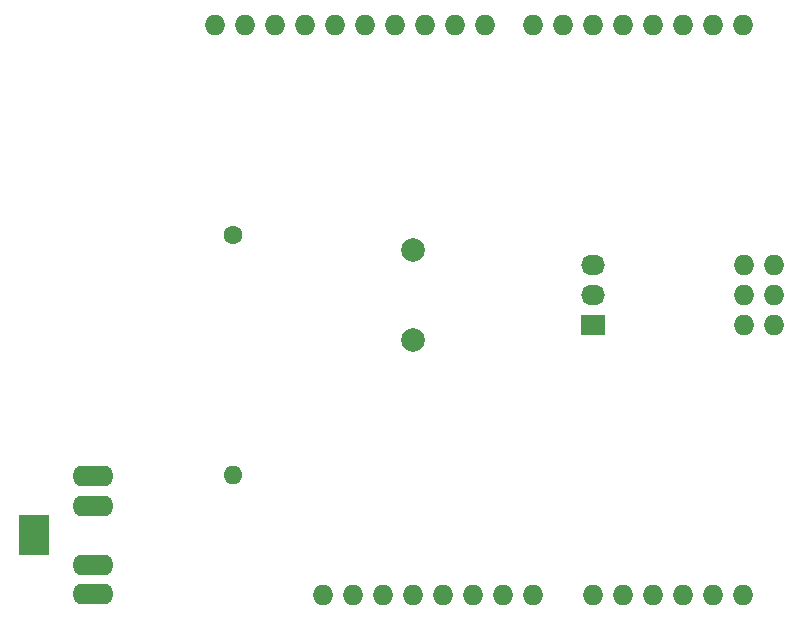
<source format=gbr>
%TF.GenerationSoftware,KiCad,Pcbnew,(6.0.4)*%
%TF.CreationDate,2022-04-14T17:01:16+02:00*%
%TF.ProjectId,KiCad_ArduinoUnoR3ProtoShield,4b694361-645f-4417-9264-75696e6f556e,rev?*%
%TF.SameCoordinates,Original*%
%TF.FileFunction,Copper,L2,Bot*%
%TF.FilePolarity,Positive*%
%FSLAX46Y46*%
G04 Gerber Fmt 4.6, Leading zero omitted, Abs format (unit mm)*
G04 Created by KiCad (PCBNEW (6.0.4)) date 2022-04-14 17:01:16*
%MOMM*%
%LPD*%
G01*
G04 APERTURE LIST*
%TA.AperFunction,ComponentPad*%
%ADD10O,1.727200X1.727200*%
%TD*%
%TA.AperFunction,ComponentPad*%
%ADD11C,1.600000*%
%TD*%
%TA.AperFunction,ComponentPad*%
%ADD12O,1.600000X1.600000*%
%TD*%
%TA.AperFunction,ComponentPad*%
%ADD13C,2.000000*%
%TD*%
%TA.AperFunction,ComponentPad*%
%ADD14R,2.500000X3.500000*%
%TD*%
%TA.AperFunction,ComponentPad*%
%ADD15O,3.500000X1.750000*%
%TD*%
%TA.AperFunction,ComponentPad*%
%ADD16O,2.032000X1.727200*%
%TD*%
%TA.AperFunction,ComponentPad*%
%ADD17R,2.032000X1.727200*%
%TD*%
G04 APERTURE END LIST*
D10*
%TO.P,Arduino UNO R3 Proto Shield,RST2*%
%TO.N,N/C*%
X175387000Y-101600000D03*
%TO.P,Arduino UNO R3 Proto Shield,GND4*%
X177927000Y-101600000D03*
%TO.P,Arduino UNO R3 Proto Shield,MOSI*%
X177927000Y-99060000D03*
%TO.P,Arduino UNO R3 Proto Shield,SCK*%
X175387000Y-99060000D03*
%TO.P,Arduino UNO R3 Proto Shield,5V2*%
X177927000Y-96520000D03*
%TO.P,Arduino UNO R3 Proto Shield,A0*%
X162560000Y-124460000D03*
%TO.P,Arduino UNO R3 Proto Shield,VIN*%
X157480000Y-124460000D03*
%TO.P,Arduino UNO R3 Proto Shield,GND3*%
X154940000Y-124460000D03*
%TO.P,Arduino UNO R3 Proto Shield,GND2*%
X152400000Y-124460000D03*
%TO.P,Arduino UNO R3 Proto Shield,5V1*%
X149860000Y-124460000D03*
%TO.P,Arduino UNO R3 Proto Shield,3V3*%
X147320000Y-124460000D03*
%TO.P,Arduino UNO R3 Proto Shield,RST1*%
X144780000Y-124460000D03*
%TO.P,Arduino UNO R3 Proto Shield,IORF*%
X142240000Y-124460000D03*
%TO.P,Arduino UNO R3 Proto Shield,D0*%
X175260000Y-76200000D03*
%TO.P,Arduino UNO R3 Proto Shield,D1*%
X172720000Y-76200000D03*
%TO.P,Arduino UNO R3 Proto Shield,D2*%
X170180000Y-76200000D03*
%TO.P,Arduino UNO R3 Proto Shield,D3*%
X167640000Y-76200000D03*
%TO.P,Arduino UNO R3 Proto Shield,D4*%
X165100000Y-76200000D03*
%TO.P,Arduino UNO R3 Proto Shield,D5*%
X162560000Y-76200000D03*
%TO.P,Arduino UNO R3 Proto Shield,D6*%
X160020000Y-76200000D03*
%TO.P,Arduino UNO R3 Proto Shield,D7*%
X157480000Y-76200000D03*
%TO.P,Arduino UNO R3 Proto Shield,GND1*%
X138176000Y-76200000D03*
%TO.P,Arduino UNO R3 Proto Shield,D8*%
X153416000Y-76200000D03*
%TO.P,Arduino UNO R3 Proto Shield,D9*%
X150876000Y-76200000D03*
%TO.P,Arduino UNO R3 Proto Shield,D10*%
X148336000Y-76200000D03*
%TO.P,Arduino UNO R3 Proto Shield,SCL*%
X130556000Y-76200000D03*
%TO.P,Arduino UNO R3 Proto Shield,SDA*%
X133096000Y-76200000D03*
%TO.P,Arduino UNO R3 Proto Shield,AREF*%
X135636000Y-76200000D03*
%TO.P,Arduino UNO R3 Proto Shield,D13*%
X140716000Y-76200000D03*
%TO.P,Arduino UNO R3 Proto Shield,D12*%
X143256000Y-76200000D03*
%TO.P,Arduino UNO R3 Proto Shield,D11*%
X145796000Y-76200000D03*
%TO.P,Arduino UNO R3 Proto Shield,*%
%TO.N,*%
X139700000Y-124460000D03*
%TO.P,Arduino UNO R3 Proto Shield,A1*%
%TO.N,N/C*%
X165100000Y-124460000D03*
%TO.P,Arduino UNO R3 Proto Shield,A2*%
X167640000Y-124460000D03*
%TO.P,Arduino UNO R3 Proto Shield,A3*%
X170180000Y-124460000D03*
%TO.P,Arduino UNO R3 Proto Shield,A4*%
X172720000Y-124460000D03*
%TO.P,Arduino UNO R3 Proto Shield,A5*%
X175260000Y-124460000D03*
%TO.P,Arduino UNO R3 Proto Shield,MISO*%
X175387000Y-96520000D03*
%TD*%
D11*
%TO.P,R4\u002C7K,1*%
%TO.N,N/C*%
X132080000Y-93980000D03*
D12*
%TO.P,R4\u002C7K,2*%
X132080000Y-114300000D03*
%TD*%
D13*
%TO.P,Piezzo,1*%
%TO.N,N/C*%
X147330000Y-102870000D03*
%TO.P,Piezzo,2*%
X147310000Y-95250000D03*
%TD*%
D14*
%TO.P,Stereo3\u002C5,1*%
%TO.N,N/C*%
X115244000Y-119380000D03*
D15*
%TO.P,Stereo3\u002C5,2*%
X120250000Y-114380000D03*
%TO.P,Stereo3\u002C5,5*%
X120250000Y-124380000D03*
%TO.P,Stereo3\u002C5,3*%
X120250000Y-116880000D03*
%TO.P,Stereo3\u002C5,4*%
X120250000Y-121880000D03*
%TD*%
D16*
%TO.P,TR433MHz,3*%
%TO.N,N/C*%
X162560000Y-96520000D03*
%TO.P,TR433MHz,2*%
X162560000Y-99060000D03*
D17*
%TO.P,TR433MHz,1*%
X162560000Y-101600000D03*
%TD*%
M02*

</source>
